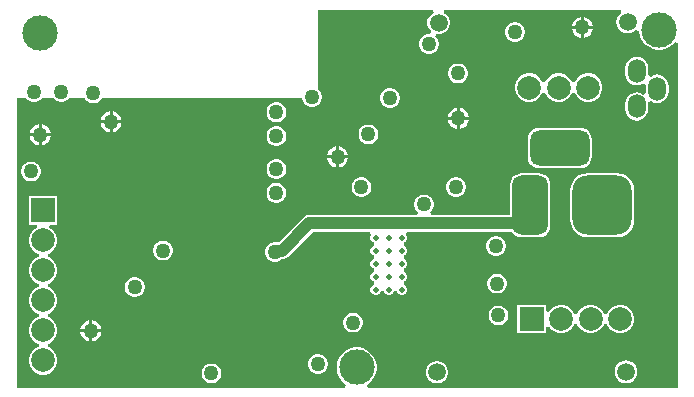
<source format=gbr>
%TF.GenerationSoftware,Altium Limited,Altium Designer,23.4.1 (23)*%
G04 Layer_Physical_Order=2*
G04 Layer_Color=36540*
%FSLAX45Y45*%
%MOMM*%
%TF.SameCoordinates,95043EA5-DFE4-4E97-A360-3BE786514F03*%
%TF.FilePolarity,Positive*%
%TF.FileFunction,Copper,L2,Inr,Signal*%
%TF.Part,Single*%
G01*
G75*
%TA.AperFunction,Conductor*%
%ADD22C,1.00000*%
%TA.AperFunction,ComponentPad*%
%ADD26C,2.00000*%
%ADD27R,2.00000X2.00000*%
%TA.AperFunction,ViaPad*%
%ADD28C,3.00000*%
%TA.AperFunction,ComponentPad*%
%ADD29O,1.50000X1.52400*%
%ADD30C,1.50000*%
%ADD31O,1.50000X2.00000*%
G04:AMPARAMS|DCode=32|XSize=5mm|YSize=3mm|CornerRadius=0.75mm|HoleSize=0mm|Usage=FLASHONLY|Rotation=180.000|XOffset=0mm|YOffset=0mm|HoleType=Round|Shape=RoundedRectangle|*
%AMROUNDEDRECTD32*
21,1,5.00000,1.50000,0,0,180.0*
21,1,3.50000,3.00000,0,0,180.0*
1,1,1.50000,-1.75000,0.75000*
1,1,1.50000,1.75000,0.75000*
1,1,1.50000,1.75000,-0.75000*
1,1,1.50000,-1.75000,-0.75000*
%
%ADD32ROUNDEDRECTD32*%
G04:AMPARAMS|DCode=33|XSize=3mm|YSize=5mm|CornerRadius=0.75mm|HoleSize=0mm|Usage=FLASHONLY|Rotation=180.000|XOffset=0mm|YOffset=0mm|HoleType=Round|Shape=RoundedRectangle|*
%AMROUNDEDRECTD33*
21,1,3.00000,3.50000,0,0,180.0*
21,1,1.50000,5.00000,0,0,180.0*
1,1,1.50000,-0.75000,1.75000*
1,1,1.50000,0.75000,1.75000*
1,1,1.50000,0.75000,-1.75000*
1,1,1.50000,-0.75000,-1.75000*
%
%ADD33ROUNDEDRECTD33*%
G04:AMPARAMS|DCode=34|XSize=5mm|YSize=5mm|CornerRadius=1.25mm|HoleSize=0mm|Usage=FLASHONLY|Rotation=180.000|XOffset=0mm|YOffset=0mm|HoleType=Round|Shape=RoundedRectangle|*
%AMROUNDEDRECTD34*
21,1,5.00000,2.50000,0,0,180.0*
21,1,2.50000,5.00000,0,0,180.0*
1,1,2.50000,-1.25000,1.25000*
1,1,2.50000,1.25000,1.25000*
1,1,2.50000,1.25000,-1.25000*
1,1,2.50000,-1.25000,-1.25000*
%
%ADD34ROUNDEDRECTD34*%
%ADD35R,2.00000X2.00000*%
%TA.AperFunction,ViaPad*%
%ADD36C,1.27000*%
%ADD37C,0.50000*%
G36*
X5164598Y3247976D02*
X5169903Y3225000D01*
X5155335Y3213821D01*
X5140107Y3193977D01*
X5130535Y3170867D01*
X5127270Y3146067D01*
Y3143667D01*
X5130535Y3118867D01*
X5140107Y3095757D01*
X5155335Y3075912D01*
X5175180Y3060685D01*
X5198290Y3051112D01*
X5223089Y3047847D01*
X5247889Y3051112D01*
X5270999Y3060685D01*
X5290844Y3075912D01*
X5295000Y3081328D01*
X5320000Y3072842D01*
Y3063257D01*
X5326533Y3030413D01*
X5339348Y2999475D01*
X5357952Y2971632D01*
X5381631Y2947953D01*
X5409475Y2929348D01*
X5440413Y2916533D01*
X5473257Y2910000D01*
X5506743D01*
X5539587Y2916533D01*
X5570525Y2929348D01*
X5598369Y2947953D01*
X5622047Y2971632D01*
X5625000Y2976050D01*
X5650000Y2968467D01*
Y50000D01*
X3026567D01*
X3018984Y75000D01*
X3038369Y87953D01*
X3062047Y111631D01*
X3080652Y139475D01*
X3093467Y170413D01*
X3100000Y203257D01*
Y236743D01*
X3093467Y269587D01*
X3080652Y300525D01*
X3062047Y328369D01*
X3038369Y352048D01*
X3010525Y370652D01*
X2979587Y383467D01*
X2946743Y390000D01*
X2913257D01*
X2880413Y383467D01*
X2849475Y370652D01*
X2821631Y352048D01*
X2797952Y328369D01*
X2779348Y300525D01*
X2766533Y269587D01*
X2760000Y236743D01*
Y203257D01*
X2766533Y170413D01*
X2779348Y139475D01*
X2797952Y111631D01*
X2821631Y87953D01*
X2841016Y75000D01*
X2833433Y50000D01*
X50000D01*
Y2500000D01*
X132450D01*
X133183Y2498730D01*
X148730Y2483183D01*
X167770Y2472190D01*
X189007Y2466500D01*
X210993D01*
X232230Y2472190D01*
X251270Y2483183D01*
X266817Y2498730D01*
X267550Y2500000D01*
X362450D01*
X363183Y2498730D01*
X378730Y2483183D01*
X397770Y2472190D01*
X419007Y2466500D01*
X440993D01*
X462230Y2472190D01*
X481270Y2483183D01*
X496817Y2498730D01*
X497550Y2500000D01*
X626677D01*
X633183Y2488730D01*
X648730Y2473183D01*
X667770Y2462190D01*
X689007Y2456500D01*
X710993D01*
X732230Y2462190D01*
X751270Y2473183D01*
X766817Y2488730D01*
X773324Y2500000D01*
X2466500D01*
Y2499007D01*
X2472190Y2477770D01*
X2483183Y2458730D01*
X2498730Y2443183D01*
X2517770Y2432190D01*
X2539007Y2426500D01*
X2560993D01*
X2582230Y2432190D01*
X2601270Y2443183D01*
X2616817Y2458730D01*
X2627810Y2477770D01*
X2633500Y2499007D01*
Y2520993D01*
X2627810Y2542230D01*
X2616817Y2561270D01*
X2601270Y2576817D01*
X2600000Y2577550D01*
Y3250000D01*
X3573616D01*
X3580314Y3225000D01*
X3564758Y3216019D01*
X3547071Y3198331D01*
X3534564Y3176669D01*
X3528089Y3152507D01*
Y3127493D01*
X3534564Y3103332D01*
X3547071Y3081669D01*
X3562420Y3066320D01*
X3562148Y3064285D01*
X3550993Y3043500D01*
X3529007D01*
X3507770Y3037810D01*
X3488730Y3026817D01*
X3473183Y3011270D01*
X3462190Y2992230D01*
X3456500Y2970993D01*
Y2949007D01*
X3462190Y2927770D01*
X3473183Y2908730D01*
X3488730Y2893183D01*
X3507770Y2882190D01*
X3529007Y2876500D01*
X3550993D01*
X3572230Y2882190D01*
X3591270Y2893183D01*
X3606817Y2908730D01*
X3617810Y2927770D01*
X3623500Y2949007D01*
Y2970993D01*
X3617810Y2992230D01*
X3606817Y3011270D01*
X3594717Y3023369D01*
X3599652Y3038470D01*
X3605356Y3046401D01*
X3610582Y3045000D01*
X3635596D01*
X3659758Y3051474D01*
X3681420Y3063981D01*
X3699108Y3081669D01*
X3711615Y3103332D01*
X3718089Y3127493D01*
Y3152507D01*
X3711615Y3176669D01*
X3699108Y3198331D01*
X3681420Y3216019D01*
X3665864Y3225000D01*
X3672563Y3250000D01*
X5163467D01*
X5164598Y3247976D01*
D02*
G37*
%LPC*%
G36*
X4852700Y3188633D02*
Y3112700D01*
X4928633D01*
X4922842Y3134314D01*
X4911138Y3154586D01*
X4894586Y3171138D01*
X4874314Y3182841D01*
X4852700Y3188633D01*
D02*
G37*
G36*
X4827300D02*
X4805686Y3182841D01*
X4785414Y3171138D01*
X4768862Y3154586D01*
X4757158Y3134314D01*
X4751367Y3112700D01*
X4827300D01*
Y3188633D01*
D02*
G37*
G36*
X4928633Y3087300D02*
X4852700D01*
Y3011367D01*
X4874314Y3017158D01*
X4894586Y3028862D01*
X4911138Y3045414D01*
X4922842Y3065686D01*
X4928633Y3087300D01*
D02*
G37*
G36*
X4827300D02*
X4751367D01*
X4757158Y3065686D01*
X4768862Y3045414D01*
X4785414Y3028862D01*
X4805686Y3017158D01*
X4827300Y3011367D01*
Y3087300D01*
D02*
G37*
G36*
X4280993Y3143500D02*
X4259007D01*
X4237770Y3137810D01*
X4218730Y3126817D01*
X4203183Y3111270D01*
X4192190Y3092230D01*
X4186500Y3070993D01*
Y3049007D01*
X4192190Y3027770D01*
X4203183Y3008730D01*
X4218730Y2993183D01*
X4237770Y2982190D01*
X4259007Y2976500D01*
X4280993D01*
X4302230Y2982190D01*
X4321270Y2993183D01*
X4336817Y3008730D01*
X4347810Y3027770D01*
X4353500Y3049007D01*
Y3070993D01*
X4347810Y3092230D01*
X4336817Y3111270D01*
X4321270Y3126817D01*
X4302230Y3137810D01*
X4280993Y3143500D01*
D02*
G37*
G36*
X4905798Y2710000D02*
X4874202D01*
X4843682Y2701822D01*
X4816318Y2686024D01*
X4793976Y2663682D01*
X4778178Y2636318D01*
X4777941Y2635434D01*
X4752059D01*
X4751822Y2636318D01*
X4736024Y2663682D01*
X4713682Y2686024D01*
X4686319Y2701822D01*
X4655798Y2710000D01*
X4624202D01*
X4593682Y2701822D01*
X4566318Y2686024D01*
X4543976Y2663682D01*
X4528178Y2636318D01*
X4527941Y2635434D01*
X4502059D01*
X4501822Y2636318D01*
X4486024Y2663682D01*
X4463682Y2686024D01*
X4436319Y2701822D01*
X4405798Y2710000D01*
X4374202D01*
X4343682Y2701822D01*
X4316318Y2686024D01*
X4293976Y2663682D01*
X4278178Y2636318D01*
X4270000Y2605798D01*
Y2574202D01*
X4278178Y2543681D01*
X4293976Y2516318D01*
X4316318Y2493976D01*
X4343682Y2478178D01*
X4374202Y2470000D01*
X4405798D01*
X4436319Y2478178D01*
X4463682Y2493976D01*
X4486024Y2516318D01*
X4501822Y2543681D01*
X4502059Y2544565D01*
X4527941D01*
X4528178Y2543681D01*
X4543976Y2516318D01*
X4566318Y2493976D01*
X4593682Y2478178D01*
X4624202Y2470000D01*
X4655798D01*
X4686319Y2478178D01*
X4713682Y2493976D01*
X4736024Y2516318D01*
X4751822Y2543681D01*
X4752059Y2544565D01*
X4777941D01*
X4778178Y2543681D01*
X4793976Y2516318D01*
X4816318Y2493976D01*
X4843682Y2478178D01*
X4874202Y2470000D01*
X4905798D01*
X4936319Y2478178D01*
X4963682Y2493976D01*
X4986024Y2516318D01*
X5001822Y2543681D01*
X5010000Y2574202D01*
Y2605798D01*
X5001822Y2636318D01*
X4986024Y2663682D01*
X4963682Y2686024D01*
X4936319Y2701822D01*
X4905798Y2710000D01*
D02*
G37*
G36*
X3800993Y2793500D02*
X3779007D01*
X3757770Y2787810D01*
X3738730Y2776817D01*
X3723183Y2761270D01*
X3712190Y2742230D01*
X3706500Y2720993D01*
Y2699007D01*
X3712190Y2677770D01*
X3723183Y2658730D01*
X3738730Y2643183D01*
X3757770Y2632190D01*
X3779007Y2626500D01*
X3800993D01*
X3822230Y2632190D01*
X3841270Y2643183D01*
X3856817Y2658730D01*
X3867810Y2677770D01*
X3873500Y2699007D01*
Y2720993D01*
X3867810Y2742230D01*
X3856817Y2761270D01*
X3841270Y2776817D01*
X3822230Y2787810D01*
X3800993Y2793500D01*
D02*
G37*
G36*
X5300000Y2850820D02*
X5275200Y2847555D01*
X5252090Y2837982D01*
X5232245Y2822755D01*
X5217018Y2802910D01*
X5207445Y2779800D01*
X5204180Y2755000D01*
Y2705000D01*
X5207445Y2680200D01*
X5217018Y2657090D01*
X5232245Y2637245D01*
X5252090Y2622018D01*
X5275200Y2612445D01*
X5300000Y2609180D01*
X5324800Y2612445D01*
X5347910Y2622018D01*
X5357137Y2629099D01*
X5380572Y2615569D01*
X5379181Y2605000D01*
Y2555000D01*
X5380572Y2544432D01*
X5357137Y2530902D01*
X5347910Y2537982D01*
X5324800Y2547555D01*
X5300000Y2550820D01*
X5275200Y2547555D01*
X5252090Y2537982D01*
X5232245Y2522755D01*
X5217018Y2502910D01*
X5207445Y2479800D01*
X5204180Y2455000D01*
Y2405000D01*
X5207445Y2380200D01*
X5217018Y2357090D01*
X5232245Y2337246D01*
X5252090Y2322018D01*
X5275200Y2312445D01*
X5300000Y2309181D01*
X5324800Y2312445D01*
X5347910Y2322018D01*
X5367754Y2337246D01*
X5382982Y2357090D01*
X5392554Y2380200D01*
X5395819Y2405000D01*
Y2455000D01*
X5394428Y2465569D01*
X5417862Y2479099D01*
X5427090Y2472018D01*
X5450200Y2462445D01*
X5475000Y2459181D01*
X5499800Y2462445D01*
X5522910Y2472018D01*
X5542754Y2487245D01*
X5557982Y2507090D01*
X5567555Y2530200D01*
X5570819Y2555000D01*
Y2605000D01*
X5567555Y2629800D01*
X5557982Y2652910D01*
X5542754Y2672755D01*
X5522910Y2687982D01*
X5499800Y2697555D01*
X5475000Y2700820D01*
X5450200Y2697555D01*
X5427090Y2687982D01*
X5417862Y2680902D01*
X5394428Y2694431D01*
X5395819Y2705000D01*
Y2755000D01*
X5392554Y2779800D01*
X5382982Y2802910D01*
X5367754Y2822755D01*
X5347910Y2837982D01*
X5324800Y2847555D01*
X5300000Y2850820D01*
D02*
G37*
G36*
X3220993Y2583500D02*
X3199007D01*
X3177770Y2577810D01*
X3158730Y2566817D01*
X3143183Y2551270D01*
X3132190Y2532230D01*
X3126500Y2510993D01*
Y2489007D01*
X3132190Y2467770D01*
X3143183Y2448730D01*
X3158730Y2433183D01*
X3177770Y2422190D01*
X3199007Y2416500D01*
X3220993D01*
X3242230Y2422190D01*
X3261270Y2433183D01*
X3276817Y2448730D01*
X3287810Y2467770D01*
X3293500Y2489007D01*
Y2510993D01*
X3287810Y2532230D01*
X3276817Y2551270D01*
X3261270Y2566817D01*
X3242230Y2577810D01*
X3220993Y2583500D01*
D02*
G37*
G36*
X3802700Y2418633D02*
Y2342700D01*
X3878633D01*
X3872842Y2364314D01*
X3861138Y2384586D01*
X3844586Y2401138D01*
X3824314Y2412842D01*
X3802700Y2418633D01*
D02*
G37*
G36*
X3777300D02*
X3755686Y2412842D01*
X3735414Y2401138D01*
X3718862Y2384586D01*
X3707158Y2364314D01*
X3701367Y2342700D01*
X3777300D01*
Y2418633D01*
D02*
G37*
G36*
X862700Y2388633D02*
Y2312700D01*
X938633D01*
X932842Y2334314D01*
X921138Y2354586D01*
X904586Y2371138D01*
X884314Y2382842D01*
X862700Y2388633D01*
D02*
G37*
G36*
X837300D02*
X815686Y2382842D01*
X795414Y2371138D01*
X778862Y2354586D01*
X767158Y2334314D01*
X761367Y2312700D01*
X837300D01*
Y2388633D01*
D02*
G37*
G36*
X2260993Y2463500D02*
X2239007D01*
X2217770Y2457810D01*
X2198730Y2446817D01*
X2183183Y2431270D01*
X2172190Y2412230D01*
X2166500Y2390993D01*
Y2369007D01*
X2172190Y2347770D01*
X2183183Y2328730D01*
X2198730Y2313183D01*
X2217770Y2302190D01*
X2239007Y2296500D01*
X2260993D01*
X2282230Y2302190D01*
X2301270Y2313183D01*
X2316817Y2328730D01*
X2327810Y2347770D01*
X2333500Y2369007D01*
Y2390993D01*
X2327810Y2412230D01*
X2316817Y2431270D01*
X2301270Y2446817D01*
X2282230Y2457810D01*
X2260993Y2463500D01*
D02*
G37*
G36*
X3878633Y2317300D02*
X3802700D01*
Y2241367D01*
X3824314Y2247158D01*
X3844586Y2258862D01*
X3861138Y2275414D01*
X3872842Y2295686D01*
X3878633Y2317300D01*
D02*
G37*
G36*
X3777300D02*
X3701367D01*
X3707158Y2295686D01*
X3718862Y2275414D01*
X3735414Y2258862D01*
X3755686Y2247158D01*
X3777300Y2241367D01*
Y2317300D01*
D02*
G37*
G36*
X938633Y2287300D02*
X862700D01*
Y2211367D01*
X884314Y2217158D01*
X904586Y2228862D01*
X921138Y2245414D01*
X932842Y2265686D01*
X938633Y2287300D01*
D02*
G37*
G36*
X837300D02*
X761367D01*
X767158Y2265686D01*
X778862Y2245414D01*
X795414Y2228862D01*
X815686Y2217158D01*
X837300Y2211367D01*
Y2287300D01*
D02*
G37*
G36*
X262700Y2278633D02*
Y2202700D01*
X338633D01*
X332842Y2224314D01*
X321138Y2244586D01*
X304586Y2261138D01*
X284314Y2272842D01*
X262700Y2278633D01*
D02*
G37*
G36*
X237300D02*
X215686Y2272842D01*
X195414Y2261138D01*
X178862Y2244586D01*
X167158Y2224314D01*
X161367Y2202700D01*
X237300D01*
Y2278633D01*
D02*
G37*
G36*
X3039899Y2277048D02*
X3017914D01*
X2996677Y2271357D01*
X2977636Y2260365D01*
X2962090Y2244818D01*
X2951097Y2225778D01*
X2945407Y2204541D01*
Y2182555D01*
X2951097Y2161318D01*
X2962090Y2142278D01*
X2977636Y2126731D01*
X2996677Y2115738D01*
X3017914Y2110048D01*
X3039899D01*
X3061136Y2115738D01*
X3080177Y2126731D01*
X3095723Y2142278D01*
X3106716Y2161318D01*
X3112407Y2182555D01*
Y2204541D01*
X3106716Y2225778D01*
X3095723Y2244818D01*
X3080177Y2260365D01*
X3061136Y2271357D01*
X3039899Y2277048D01*
D02*
G37*
G36*
X338633Y2177300D02*
X262700D01*
Y2101367D01*
X284314Y2107158D01*
X304586Y2118862D01*
X321138Y2135414D01*
X332842Y2155686D01*
X338633Y2177300D01*
D02*
G37*
G36*
X237300D02*
X161367D01*
X167158Y2155686D01*
X178862Y2135414D01*
X195414Y2118862D01*
X215686Y2107158D01*
X237300Y2101367D01*
Y2177300D01*
D02*
G37*
G36*
X2260993Y2263500D02*
X2239007D01*
X2217770Y2257810D01*
X2198730Y2246817D01*
X2183183Y2231270D01*
X2172190Y2212230D01*
X2166500Y2190993D01*
Y2169007D01*
X2172190Y2147770D01*
X2183183Y2128730D01*
X2198730Y2113183D01*
X2217770Y2102190D01*
X2239007Y2096500D01*
X2260993D01*
X2282230Y2102190D01*
X2301270Y2113183D01*
X2316817Y2128730D01*
X2327810Y2147770D01*
X2333500Y2169007D01*
Y2190993D01*
X2327810Y2212230D01*
X2316817Y2231270D01*
X2301270Y2246817D01*
X2282230Y2257810D01*
X2260993Y2263500D01*
D02*
G37*
G36*
X2780200Y2091133D02*
Y2015200D01*
X2856133D01*
X2850342Y2036814D01*
X2838638Y2057086D01*
X2822086Y2073638D01*
X2801814Y2085342D01*
X2780200Y2091133D01*
D02*
G37*
G36*
X2754800D02*
X2733186Y2085342D01*
X2712914Y2073638D01*
X2696362Y2057086D01*
X2684658Y2036814D01*
X2678867Y2015200D01*
X2754800D01*
Y2091133D01*
D02*
G37*
G36*
X2856133Y1989800D02*
X2780200D01*
Y1913867D01*
X2801814Y1919658D01*
X2822086Y1931362D01*
X2838638Y1947914D01*
X2850342Y1968186D01*
X2856133Y1989800D01*
D02*
G37*
G36*
X2754800D02*
X2678867D01*
X2684658Y1968186D01*
X2696362Y1947914D01*
X2712914Y1931362D01*
X2733186Y1919658D01*
X2754800Y1913867D01*
Y1989800D01*
D02*
G37*
G36*
X4824998Y2247696D02*
X4474998D01*
X4450198Y2244431D01*
X4427088Y2234858D01*
X4407243Y2219631D01*
X4392016Y2199786D01*
X4382443Y2176676D01*
X4379178Y2151876D01*
Y2001876D01*
X4382443Y1977076D01*
X4392016Y1953966D01*
X4407243Y1934121D01*
X4427088Y1918894D01*
X4450198Y1909321D01*
X4474998Y1906056D01*
X4824998D01*
X4849798Y1909321D01*
X4872908Y1918894D01*
X4892753Y1934121D01*
X4907980Y1953966D01*
X4917553Y1977076D01*
X4920818Y2001876D01*
Y2151876D01*
X4917553Y2176676D01*
X4907980Y2199786D01*
X4892753Y2219631D01*
X4872908Y2234858D01*
X4849798Y2244431D01*
X4824998Y2247696D01*
D02*
G37*
G36*
X2260993Y1983500D02*
X2239007D01*
X2217770Y1977810D01*
X2198730Y1966817D01*
X2183183Y1951270D01*
X2172190Y1932230D01*
X2166500Y1910993D01*
Y1889007D01*
X2172190Y1867770D01*
X2183183Y1848730D01*
X2198730Y1833183D01*
X2217770Y1822190D01*
X2239007Y1816500D01*
X2260993D01*
X2282230Y1822190D01*
X2301270Y1833183D01*
X2316817Y1848730D01*
X2327810Y1867770D01*
X2333500Y1889007D01*
Y1910993D01*
X2327810Y1932230D01*
X2316817Y1951270D01*
X2301270Y1966817D01*
X2282230Y1977810D01*
X2260993Y1983500D01*
D02*
G37*
G36*
X180993Y1963500D02*
X159007D01*
X137770Y1957810D01*
X118730Y1946817D01*
X103183Y1931270D01*
X92190Y1912230D01*
X86500Y1890993D01*
Y1869007D01*
X92190Y1847770D01*
X103183Y1828730D01*
X118730Y1813183D01*
X137770Y1802190D01*
X159007Y1796500D01*
X180993D01*
X202230Y1802190D01*
X221270Y1813183D01*
X236817Y1828730D01*
X247810Y1847770D01*
X253500Y1869007D01*
Y1890993D01*
X247810Y1912230D01*
X236817Y1931270D01*
X221270Y1946817D01*
X202230Y1957810D01*
X180993Y1963500D01*
D02*
G37*
G36*
X2980993Y1833500D02*
X2959007D01*
X2937770Y1827810D01*
X2918730Y1816817D01*
X2903183Y1801270D01*
X2892190Y1782230D01*
X2886500Y1760993D01*
Y1739007D01*
X2892190Y1717770D01*
X2903183Y1698730D01*
X2918730Y1683183D01*
X2937770Y1672190D01*
X2959007Y1666500D01*
X2980993D01*
X3002230Y1672190D01*
X3021270Y1683183D01*
X3036817Y1698730D01*
X3047809Y1717770D01*
X3053500Y1739007D01*
Y1760993D01*
X3047809Y1782230D01*
X3036817Y1801270D01*
X3021270Y1816817D01*
X3002230Y1827810D01*
X2980993Y1833500D01*
D02*
G37*
G36*
X3780993Y1832000D02*
X3759007D01*
X3737770Y1826310D01*
X3718730Y1815317D01*
X3703183Y1799770D01*
X3692190Y1780730D01*
X3686500Y1759493D01*
Y1737507D01*
X3692190Y1716270D01*
X3703183Y1697230D01*
X3718730Y1681683D01*
X3737770Y1670690D01*
X3759007Y1665000D01*
X3780993D01*
X3802230Y1670690D01*
X3821270Y1681683D01*
X3836817Y1697230D01*
X3847810Y1716270D01*
X3853500Y1737507D01*
Y1759493D01*
X3847810Y1780730D01*
X3836817Y1799770D01*
X3821270Y1815317D01*
X3802230Y1826310D01*
X3780993Y1832000D01*
D02*
G37*
G36*
X2260993Y1783500D02*
X2239007D01*
X2217770Y1777809D01*
X2198730Y1766817D01*
X2183183Y1751270D01*
X2172190Y1732230D01*
X2166500Y1710993D01*
Y1689007D01*
X2172190Y1667770D01*
X2183183Y1648730D01*
X2198730Y1633183D01*
X2217770Y1622190D01*
X2239007Y1616500D01*
X2260993D01*
X2282230Y1622190D01*
X2301270Y1633183D01*
X2316817Y1648730D01*
X2327810Y1667770D01*
X2333500Y1689007D01*
Y1710993D01*
X2327810Y1732230D01*
X2316817Y1751270D01*
X2301270Y1766817D01*
X2282230Y1777809D01*
X2260993Y1783500D01*
D02*
G37*
G36*
X4474997Y1865196D02*
X4324998D01*
X4300198Y1861931D01*
X4277088Y1852358D01*
X4257243Y1837131D01*
X4242015Y1817286D01*
X4232443Y1794176D01*
X4229178Y1769376D01*
Y1510604D01*
X3562161D01*
X3555113Y1525217D01*
X3553691Y1535604D01*
X3566817Y1548730D01*
X3577810Y1567770D01*
X3583500Y1589007D01*
Y1610993D01*
X3577810Y1632230D01*
X3566817Y1651270D01*
X3551270Y1666817D01*
X3532230Y1677810D01*
X3510993Y1683500D01*
X3489007D01*
X3467770Y1677810D01*
X3448730Y1666817D01*
X3433183Y1651270D01*
X3422191Y1632230D01*
X3416500Y1610993D01*
Y1589007D01*
X3422191Y1567770D01*
X3433183Y1548730D01*
X3446310Y1535604D01*
X3444887Y1525217D01*
X3437839Y1510604D01*
X2530000D01*
X2511726Y1508198D01*
X2494698Y1501145D01*
X2480075Y1489924D01*
X2268863Y1278712D01*
X2250993Y1283500D01*
X2229007D01*
X2207770Y1277809D01*
X2188730Y1266817D01*
X2173183Y1251270D01*
X2162190Y1232230D01*
X2156500Y1210993D01*
Y1189007D01*
X2162190Y1167770D01*
X2173183Y1148730D01*
X2188730Y1133183D01*
X2207770Y1122190D01*
X2229007Y1116500D01*
X2250993D01*
X2272230Y1122190D01*
X2291270Y1133183D01*
X2292649Y1134562D01*
X2295166D01*
X2313439Y1136968D01*
X2330468Y1144021D01*
X2345090Y1155242D01*
X2559245Y1369396D01*
X3040402D01*
X3051851Y1345489D01*
X3045000Y1328949D01*
Y1311047D01*
X3051851Y1294508D01*
X3064509Y1281849D01*
X3073566Y1278098D01*
Y1251901D01*
X3064509Y1248150D01*
X3051851Y1235492D01*
X3045000Y1218952D01*
Y1201050D01*
X3051851Y1184511D01*
X3064509Y1171852D01*
X3073578Y1168096D01*
Y1141904D01*
X3064509Y1138148D01*
X3051851Y1125489D01*
X3045000Y1108950D01*
Y1091048D01*
X3051851Y1074508D01*
X3064509Y1061850D01*
X3073566Y1058098D01*
Y1031902D01*
X3064509Y1028151D01*
X3051851Y1015492D01*
X3045000Y998953D01*
Y981051D01*
X3051851Y964511D01*
X3064509Y951853D01*
X3073578Y948096D01*
Y921905D01*
X3064509Y918148D01*
X3051851Y905490D01*
X3045000Y888950D01*
Y871048D01*
X3051851Y854509D01*
X3064509Y841850D01*
X3081049Y834999D01*
X3098951D01*
X3115490Y841850D01*
X3128149Y854509D01*
X3131905Y863578D01*
X3158097D01*
X3161853Y854509D01*
X3174512Y841850D01*
X3191051Y834999D01*
X3208953D01*
X3225492Y841850D01*
X3238151Y854509D01*
X3241902Y863565D01*
X3268099D01*
X3271850Y854509D01*
X3284509Y841850D01*
X3301048Y834999D01*
X3318950D01*
X3335490Y841850D01*
X3348148Y854509D01*
X3354999Y871048D01*
Y888950D01*
X3348148Y905490D01*
X3335490Y918148D01*
X3326421Y921905D01*
Y948096D01*
X3335490Y951853D01*
X3348148Y964511D01*
X3354999Y981051D01*
Y998953D01*
X3348148Y1015492D01*
X3335490Y1028151D01*
X3326433Y1031902D01*
Y1058098D01*
X3335490Y1061850D01*
X3348148Y1074508D01*
X3354999Y1091048D01*
Y1108950D01*
X3348148Y1125489D01*
X3335490Y1138148D01*
X3326421Y1141904D01*
Y1168096D01*
X3335490Y1171852D01*
X3348148Y1184511D01*
X3354999Y1201050D01*
Y1218952D01*
X3348148Y1235492D01*
X3335490Y1248150D01*
X3326433Y1251901D01*
Y1278098D01*
X3335490Y1281849D01*
X3348148Y1294508D01*
X3354999Y1311047D01*
Y1328949D01*
X3348148Y1345489D01*
X3359597Y1369396D01*
X4243604D01*
X4257243Y1351621D01*
X4277088Y1336394D01*
X4300198Y1326821D01*
X4324998Y1323556D01*
X4474997D01*
X4499797Y1326821D01*
X4522907Y1336394D01*
X4542752Y1351621D01*
X4557980Y1371466D01*
X4567552Y1394576D01*
X4570817Y1419376D01*
Y1769376D01*
X4567552Y1794176D01*
X4557980Y1817286D01*
X4542752Y1837131D01*
X4522907Y1852358D01*
X4499797Y1861931D01*
X4474997Y1865196D01*
D02*
G37*
G36*
X5134998Y1865627D02*
X4884998D01*
X4847145Y1860644D01*
X4811872Y1846033D01*
X4781583Y1822791D01*
X4758341Y1792502D01*
X4743730Y1757229D01*
X4738747Y1719376D01*
Y1469376D01*
X4743730Y1431523D01*
X4758341Y1396250D01*
X4781583Y1365961D01*
X4811872Y1342719D01*
X4847145Y1328108D01*
X4884998Y1323125D01*
X5134998D01*
X5172850Y1328108D01*
X5208123Y1342719D01*
X5238413Y1365961D01*
X5261655Y1396250D01*
X5276266Y1431523D01*
X5281249Y1469376D01*
Y1719376D01*
X5276266Y1757229D01*
X5261655Y1792502D01*
X5238413Y1822791D01*
X5208123Y1846033D01*
X5172850Y1860644D01*
X5134998Y1865627D01*
D02*
G37*
G36*
X4120993Y1333500D02*
X4099007D01*
X4077770Y1327810D01*
X4058730Y1316817D01*
X4043183Y1301270D01*
X4032190Y1282230D01*
X4026500Y1260993D01*
Y1239007D01*
X4032190Y1217770D01*
X4043183Y1198730D01*
X4058730Y1183183D01*
X4077770Y1172190D01*
X4099007Y1166500D01*
X4120993D01*
X4142230Y1172190D01*
X4161270Y1183183D01*
X4176817Y1198730D01*
X4187810Y1217770D01*
X4193500Y1239007D01*
Y1260993D01*
X4187810Y1282230D01*
X4176817Y1301270D01*
X4161270Y1316817D01*
X4142230Y1327810D01*
X4120993Y1333500D01*
D02*
G37*
G36*
X1300993Y1293500D02*
X1279007D01*
X1257770Y1287810D01*
X1238730Y1276817D01*
X1223183Y1261270D01*
X1212190Y1242230D01*
X1206500Y1220993D01*
Y1199007D01*
X1212190Y1177770D01*
X1223183Y1158730D01*
X1238730Y1143183D01*
X1257770Y1132191D01*
X1279007Y1126500D01*
X1300993D01*
X1322230Y1132191D01*
X1341270Y1143183D01*
X1356817Y1158730D01*
X1367810Y1177770D01*
X1373500Y1199007D01*
Y1220993D01*
X1367810Y1242230D01*
X1356817Y1261270D01*
X1341270Y1276817D01*
X1322230Y1287810D01*
X1300993Y1293500D01*
D02*
G37*
G36*
X4130993Y1013500D02*
X4109007D01*
X4087770Y1007810D01*
X4068730Y996817D01*
X4053183Y981270D01*
X4042190Y962230D01*
X4036500Y940993D01*
Y919007D01*
X4042190Y897770D01*
X4053183Y878730D01*
X4068730Y863183D01*
X4087770Y852190D01*
X4109007Y846500D01*
X4130993D01*
X4152230Y852190D01*
X4171270Y863183D01*
X4186817Y878730D01*
X4197809Y897770D01*
X4203500Y919007D01*
Y940993D01*
X4197809Y962230D01*
X4186817Y981270D01*
X4171270Y996817D01*
X4152230Y1007810D01*
X4130993Y1013500D01*
D02*
G37*
G36*
X1060993Y983500D02*
X1039007D01*
X1017770Y977810D01*
X998730Y966817D01*
X983183Y951270D01*
X972190Y932230D01*
X966500Y910993D01*
Y889007D01*
X972190Y867770D01*
X983183Y848730D01*
X998730Y833183D01*
X1017770Y822190D01*
X1039007Y816500D01*
X1060993D01*
X1082230Y822190D01*
X1101270Y833183D01*
X1116817Y848730D01*
X1127810Y867770D01*
X1133500Y889007D01*
Y910993D01*
X1127810Y932230D01*
X1116817Y951270D01*
X1101270Y966817D01*
X1082230Y977810D01*
X1060993Y983500D01*
D02*
G37*
G36*
X5175798Y750000D02*
X5144202D01*
X5113682Y741822D01*
X5086318Y726024D01*
X5063976Y703682D01*
X5048178Y676318D01*
X5047941Y675435D01*
X5022059D01*
X5021822Y676318D01*
X5006024Y703682D01*
X4983682Y726024D01*
X4956319Y741822D01*
X4925798Y750000D01*
X4894202D01*
X4863682Y741822D01*
X4836318Y726024D01*
X4813976Y703682D01*
X4798178Y676318D01*
X4797941Y675435D01*
X4772059D01*
X4771822Y676318D01*
X4756024Y703682D01*
X4733682Y726024D01*
X4706319Y741822D01*
X4675798Y750000D01*
X4644202D01*
X4613682Y741822D01*
X4586318Y726024D01*
X4563976Y703682D01*
X4555000Y688135D01*
X4530000Y694834D01*
Y750000D01*
X4290000D01*
Y510000D01*
X4530000D01*
Y565166D01*
X4555000Y571865D01*
X4563976Y556318D01*
X4586318Y533976D01*
X4613682Y518178D01*
X4644202Y510000D01*
X4675798D01*
X4706319Y518178D01*
X4733682Y533976D01*
X4756024Y556318D01*
X4771822Y583682D01*
X4772059Y584566D01*
X4797941D01*
X4798178Y583682D01*
X4813976Y556318D01*
X4836318Y533976D01*
X4863682Y518178D01*
X4894202Y510000D01*
X4925798D01*
X4956319Y518178D01*
X4983682Y533976D01*
X5006024Y556318D01*
X5021822Y583682D01*
X5022059Y584566D01*
X5047941D01*
X5048178Y583682D01*
X5063976Y556318D01*
X5086318Y533976D01*
X5113682Y518178D01*
X5144202Y510000D01*
X5175798D01*
X5206319Y518178D01*
X5233682Y533976D01*
X5256024Y556318D01*
X5271822Y583682D01*
X5280000Y614202D01*
Y645798D01*
X5271822Y676318D01*
X5256024Y703682D01*
X5233682Y726024D01*
X5206319Y741822D01*
X5175798Y750000D01*
D02*
G37*
G36*
X4140993Y743500D02*
X4119007D01*
X4097770Y737810D01*
X4078730Y726817D01*
X4063183Y711270D01*
X4052191Y692230D01*
X4046500Y670993D01*
Y649007D01*
X4052191Y627770D01*
X4063183Y608730D01*
X4078730Y593183D01*
X4097770Y582190D01*
X4119007Y576500D01*
X4140993D01*
X4162230Y582190D01*
X4181270Y593183D01*
X4196817Y608730D01*
X4207810Y627770D01*
X4213500Y649007D01*
Y670993D01*
X4207810Y692230D01*
X4196817Y711270D01*
X4181270Y726817D01*
X4162230Y737810D01*
X4140993Y743500D01*
D02*
G37*
G36*
X692700Y618633D02*
Y542700D01*
X768633D01*
X762842Y564314D01*
X751138Y584586D01*
X734586Y601138D01*
X714314Y612842D01*
X692700Y618633D01*
D02*
G37*
G36*
X667300D02*
X645686Y612842D01*
X625414Y601138D01*
X608862Y584586D01*
X597158Y564314D01*
X591367Y542700D01*
X667300D01*
Y618633D01*
D02*
G37*
G36*
X2910993Y683500D02*
X2889007D01*
X2867770Y677810D01*
X2848730Y666817D01*
X2833183Y651270D01*
X2822190Y632230D01*
X2816500Y610993D01*
Y589007D01*
X2822190Y567770D01*
X2833183Y548730D01*
X2848730Y533183D01*
X2867770Y522190D01*
X2889007Y516500D01*
X2910993D01*
X2932230Y522190D01*
X2951270Y533183D01*
X2966817Y548730D01*
X2977810Y567770D01*
X2983500Y589007D01*
Y610993D01*
X2977810Y632230D01*
X2966817Y651270D01*
X2951270Y666817D01*
X2932230Y677810D01*
X2910993Y683500D01*
D02*
G37*
G36*
X768633Y517300D02*
X692700D01*
Y441367D01*
X714314Y447158D01*
X734586Y458862D01*
X751138Y475414D01*
X762842Y495686D01*
X768633Y517300D01*
D02*
G37*
G36*
X667300D02*
X591367D01*
X597158Y495686D01*
X608862Y475414D01*
X625414Y458862D01*
X645686Y447158D01*
X667300Y441367D01*
Y517300D01*
D02*
G37*
G36*
X2610993Y333500D02*
X2589007D01*
X2567770Y327810D01*
X2548730Y316817D01*
X2533183Y301270D01*
X2522190Y282230D01*
X2516500Y260993D01*
Y239007D01*
X2522190Y217770D01*
X2533183Y198730D01*
X2548730Y183183D01*
X2567770Y172190D01*
X2589007Y166500D01*
X2610993D01*
X2632230Y172190D01*
X2651270Y183183D01*
X2666817Y198730D01*
X2677809Y217770D01*
X2683500Y239007D01*
Y260993D01*
X2677809Y282230D01*
X2666817Y301270D01*
X2651270Y316817D01*
X2632230Y327810D01*
X2610993Y333500D01*
D02*
G37*
G36*
X395002Y1670004D02*
X155002D01*
Y1430004D01*
X219645D01*
X220485Y1427943D01*
X223795Y1405004D01*
X201320Y1392028D01*
X178978Y1369686D01*
X163180Y1342322D01*
X155002Y1311802D01*
Y1280206D01*
X163180Y1249686D01*
X178978Y1222322D01*
X201320Y1199980D01*
X228683Y1184182D01*
X237031Y1181945D01*
Y1156063D01*
X228683Y1153826D01*
X201320Y1138028D01*
X178978Y1115686D01*
X163180Y1088322D01*
X155002Y1057802D01*
Y1026206D01*
X163180Y995686D01*
X178978Y968322D01*
X201320Y945980D01*
X228683Y930182D01*
X237031Y927945D01*
Y902063D01*
X228683Y899826D01*
X201320Y884028D01*
X178978Y861686D01*
X163180Y834322D01*
X155002Y803802D01*
Y772206D01*
X163180Y741686D01*
X178978Y714322D01*
X201320Y691980D01*
X228683Y676182D01*
X237031Y673945D01*
Y648063D01*
X228683Y645826D01*
X201320Y630028D01*
X178978Y607686D01*
X163180Y580322D01*
X155002Y549802D01*
Y518206D01*
X163180Y487686D01*
X178978Y460322D01*
X201320Y437980D01*
X228683Y422182D01*
X237031Y419945D01*
Y394063D01*
X228683Y391826D01*
X201320Y376028D01*
X178978Y353686D01*
X163180Y326322D01*
X155002Y295802D01*
Y264206D01*
X163180Y233686D01*
X178978Y206322D01*
X201320Y183980D01*
X228683Y168182D01*
X259203Y160004D01*
X290800D01*
X321320Y168182D01*
X348684Y183980D01*
X371026Y206322D01*
X386824Y233686D01*
X395002Y264206D01*
Y295802D01*
X386824Y326322D01*
X371026Y353686D01*
X348684Y376028D01*
X321320Y391826D01*
X312972Y394063D01*
Y419945D01*
X321320Y422182D01*
X348684Y437980D01*
X371026Y460322D01*
X386824Y487686D01*
X395002Y518206D01*
Y549802D01*
X386824Y580322D01*
X371026Y607686D01*
X348684Y630028D01*
X321320Y645826D01*
X312972Y648063D01*
Y673945D01*
X321320Y676182D01*
X348684Y691980D01*
X371026Y714322D01*
X386824Y741686D01*
X395002Y772206D01*
Y803802D01*
X386824Y834322D01*
X371026Y861686D01*
X348684Y884028D01*
X321320Y899826D01*
X312972Y902063D01*
Y927945D01*
X321320Y930182D01*
X348684Y945980D01*
X371026Y968322D01*
X386824Y995686D01*
X395002Y1026206D01*
Y1057802D01*
X386824Y1088322D01*
X371026Y1115686D01*
X348684Y1138028D01*
X321320Y1153826D01*
X312972Y1156063D01*
Y1181945D01*
X321320Y1184182D01*
X348684Y1199980D01*
X371026Y1222322D01*
X386824Y1249686D01*
X395002Y1280206D01*
Y1311802D01*
X386824Y1342322D01*
X371026Y1369686D01*
X348684Y1392028D01*
X326208Y1405004D01*
X329519Y1427943D01*
X330358Y1430004D01*
X395002D01*
Y1670004D01*
D02*
G37*
G36*
X5210000Y281886D02*
X5185200Y278621D01*
X5162090Y269049D01*
X5142245Y253821D01*
X5127018Y233976D01*
X5117445Y210866D01*
X5114181Y186067D01*
Y183666D01*
X5117445Y158867D01*
X5127018Y135757D01*
X5142245Y115912D01*
X5162090Y100684D01*
X5185200Y91112D01*
X5210000Y87847D01*
X5234800Y91112D01*
X5257910Y100684D01*
X5277754Y115912D01*
X5292982Y135757D01*
X5302555Y158867D01*
X5305819Y183666D01*
Y186067D01*
X5302555Y210866D01*
X5292982Y233976D01*
X5277754Y253821D01*
X5257910Y269049D01*
X5234800Y278621D01*
X5210000Y281886D01*
D02*
G37*
G36*
X1710993Y253500D02*
X1689007D01*
X1667770Y247810D01*
X1648730Y236817D01*
X1633183Y221270D01*
X1622190Y202230D01*
X1616500Y180993D01*
Y159007D01*
X1622190Y137770D01*
X1633183Y118730D01*
X1648730Y103183D01*
X1667770Y92190D01*
X1689007Y86500D01*
X1710993D01*
X1732230Y92190D01*
X1751270Y103183D01*
X1766817Y118730D01*
X1777809Y137770D01*
X1783500Y159007D01*
Y180993D01*
X1777809Y202230D01*
X1766817Y221270D01*
X1751270Y236817D01*
X1732230Y247810D01*
X1710993Y253500D01*
D02*
G37*
G36*
X3622507Y275000D02*
X3597493D01*
X3573331Y268525D01*
X3551669Y256019D01*
X3533981Y238331D01*
X3521474Y216668D01*
X3515000Y192507D01*
Y167493D01*
X3521474Y143331D01*
X3533981Y121669D01*
X3551669Y103981D01*
X3573331Y91474D01*
X3597493Y85000D01*
X3622507D01*
X3646668Y91474D01*
X3668331Y103981D01*
X3686019Y121669D01*
X3698525Y143331D01*
X3705000Y167493D01*
Y192507D01*
X3698525Y216668D01*
X3686019Y238331D01*
X3668331Y256019D01*
X3646668Y268525D01*
X3622507Y275000D01*
D02*
G37*
%LPD*%
D22*
X4301901Y1440000D02*
X4399998Y1538096D01*
Y1594376D01*
X2295166Y1205166D02*
X2530000Y1440000D01*
X4301901D01*
X2240000Y1200000D02*
X2245166Y1205166D01*
X2295166D01*
D26*
X4660000Y630000D02*
D03*
X4910000D02*
D03*
X5160000D02*
D03*
X4640000Y2590000D02*
D03*
X4890000D02*
D03*
X4390000D02*
D03*
X275002Y1296004D02*
D03*
Y1042004D02*
D03*
Y788004D02*
D03*
Y534004D02*
D03*
Y280004D02*
D03*
D27*
X4410000Y630000D02*
D03*
D28*
X5490000Y3080000D02*
D03*
X2930000Y220000D02*
D03*
X250000Y3050000D02*
D03*
D29*
X5223089Y3144867D02*
D03*
X5210000Y184867D02*
D03*
D30*
X3623089Y3140000D02*
D03*
X3610000Y180000D02*
D03*
D31*
X5300000Y2430000D02*
D03*
Y2730000D02*
D03*
X5475000Y2580000D02*
D03*
D32*
X4649998Y2076876D02*
D03*
D33*
X4399998Y1594376D02*
D03*
D34*
X5009998D02*
D03*
D35*
X275002Y1550004D02*
D03*
D36*
X2970000Y1750000D02*
D03*
X4840000Y3100000D02*
D03*
X1290000Y1210000D02*
D03*
X2240000Y1200000D02*
D03*
X3790000Y2330000D02*
D03*
X4130000Y660000D02*
D03*
X3790000Y2710000D02*
D03*
X3770000Y1748500D02*
D03*
X3210000Y2500000D02*
D03*
X2900000Y600000D02*
D03*
X3500000Y1600000D02*
D03*
X4120000Y930000D02*
D03*
X4110000Y1250000D02*
D03*
X200000Y2550000D02*
D03*
X1700000Y170000D02*
D03*
X850000Y2300000D02*
D03*
X250000Y2190000D02*
D03*
X430000Y2550000D02*
D03*
X170000Y1880000D02*
D03*
X4270000Y3060000D02*
D03*
X2250000Y2380000D02*
D03*
X3028907Y2193548D02*
D03*
X3540000Y2960000D02*
D03*
X2550000Y2510000D02*
D03*
X700000Y2540000D02*
D03*
X2250000Y2180000D02*
D03*
Y1700000D02*
D03*
X1050000Y900000D02*
D03*
X2767500Y2002500D02*
D03*
X680000Y530000D02*
D03*
X2250000Y1900000D02*
D03*
X2600000Y250000D02*
D03*
D37*
X3309999Y879999D02*
D03*
X3200002D02*
D03*
X3090000D02*
D03*
X3309999Y990002D02*
D03*
X3200002D02*
D03*
X3090000D02*
D03*
X3309999Y1099999D02*
D03*
X3200002D02*
D03*
X3090000D02*
D03*
X3309999Y1210001D02*
D03*
X3200002D02*
D03*
X3090000D02*
D03*
X3309999Y1319998D02*
D03*
X3200002D02*
D03*
X3090000D02*
D03*
%TF.MD5,5e64086a951b4c7ceb0969c05ccf77b9*%
M02*

</source>
